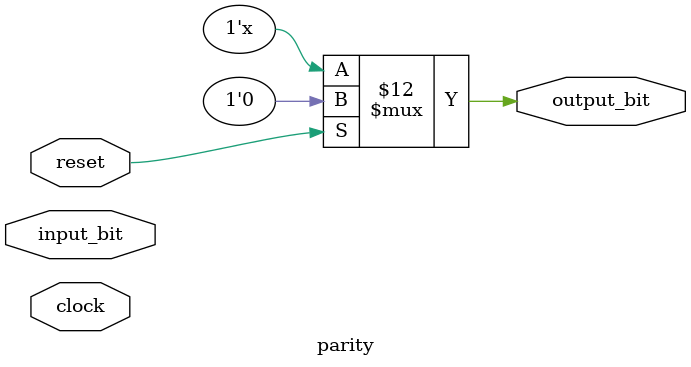
<source format=v>
module parity (
clock , // Clock input of the design
reset , // active high, synchronous Reset input
input_bit , //symbolises input bit stream 
output_bit // output parity of the input stream
); // End of port list


//-------------Input Ports-----------------------------
input clock ;
input reset ;
input input_bit ;


//-------------Output Ports----------------------------
output output_bit ;

//-------------Input ports Data Type-------------------
wire clock ;
wire reset ;
wire input_bit ;

//-------------Output Ports Data Type------------------
reg output_bit ;

// At each edge of the clock :- output is updated wrt the input_bit

always @ ( clock)
begin : PARITY // Block Name

  // At every edge of clock if reset is active, we set the output to 0

  if (reset == 1'b1) begin
	output_bit = 1'b0;
  end
  // if input_bit is one then output_bit toggles otherwise remains same
  else if (input_bit == 1'b1) begin : ADD
	  output_bit = output_bit + 1; 
  end
end // End of Block 

endmodule // End of Module parity


</source>
